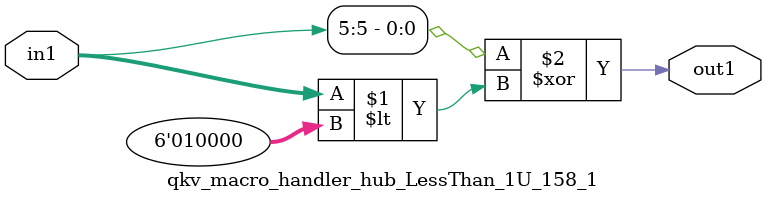
<source format=v>

`timescale 1ps / 1ps


module qkv_macro_handler_hub_LessThan_1U_158_1( in1, out1 );

    input [5:0] in1;
    output out1;

    
    // rtl_process:qkv_macro_handler_hub_LessThan_1U_11_1/qkv_macro_handler_hub_LessThan_1U_11_1_thread_1
    assign out1 = (in1[5] ^ in1 < 6'd16);

endmodule





</source>
